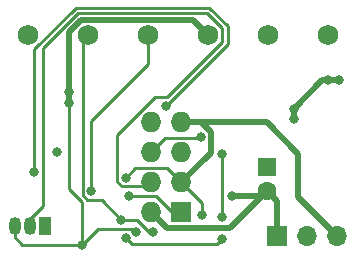
<source format=gbl>
%TF.GenerationSoftware,KiCad,Pcbnew,(5.1.5)-3*%
%TF.CreationDate,2021-10-08T15:08:23+02:00*%
%TF.ProjectId,esp01-ws2812b-breakout,65737030-312d-4777-9332-383132622d62,rev?*%
%TF.SameCoordinates,Original*%
%TF.FileFunction,Copper,L2,Bot*%
%TF.FilePolarity,Positive*%
%FSLAX46Y46*%
G04 Gerber Fmt 4.6, Leading zero omitted, Abs format (unit mm)*
G04 Created by KiCad (PCBNEW (5.1.5)-3) date 2021-10-08 15:08:23*
%MOMM*%
%LPD*%
G04 APERTURE LIST*
%TA.AperFunction,ComponentPad*%
%ADD10R,1.727200X1.727200*%
%TD*%
%TA.AperFunction,ComponentPad*%
%ADD11O,1.727200X1.727200*%
%TD*%
%TA.AperFunction,ComponentPad*%
%ADD12C,1.727200*%
%TD*%
%TA.AperFunction,ComponentPad*%
%ADD13R,1.700000X1.700000*%
%TD*%
%TA.AperFunction,ComponentPad*%
%ADD14O,1.700000X1.700000*%
%TD*%
%TA.AperFunction,ComponentPad*%
%ADD15O,1.050000X1.500000*%
%TD*%
%TA.AperFunction,ComponentPad*%
%ADD16R,1.050000X1.500000*%
%TD*%
%TA.AperFunction,ComponentPad*%
%ADD17R,1.600000X1.600000*%
%TD*%
%TA.AperFunction,ComponentPad*%
%ADD18C,1.600000*%
%TD*%
%TA.AperFunction,ViaPad*%
%ADD19C,0.800000*%
%TD*%
%TA.AperFunction,Conductor*%
%ADD20C,0.250000*%
%TD*%
%TA.AperFunction,Conductor*%
%ADD21C,0.500000*%
%TD*%
G04 APERTURE END LIST*
D10*
%TO.P,U2,1*%
%TO.N,LED1_3V3*%
X167386000Y-98298000D03*
D11*
%TO.P,U2,2*%
%TO.N,GND*%
X164846000Y-98298000D03*
%TO.P,U2,3*%
%TO.N,+3V3*%
X167386000Y-95758000D03*
%TO.P,U2,4*%
%TO.N,DALLAS*%
X164846000Y-95758000D03*
%TO.P,U2,5*%
%TO.N,Net-(U2-Pad5)*%
X167386000Y-93218000D03*
%TO.P,U2,6*%
%TO.N,GPIO0*%
X164846000Y-93218000D03*
%TO.P,U2,7*%
%TO.N,+3V3*%
X167386000Y-90678000D03*
%TO.P,U2,8*%
%TO.N,LED2_3V3*%
X164846000Y-90678000D03*
%TD*%
D12*
%TO.P,J1,2*%
%TO.N,Net-(F1-Pad2)*%
X174752000Y-83312000D03*
%TO.P,J1,1*%
%TO.N,GND*%
X179832000Y-83312000D03*
%TD*%
%TO.P,J2,4*%
%TO.N,GND*%
X154432000Y-83312000D03*
%TO.P,J2,3*%
%TO.N,LED2_5V*%
X159512000Y-83312000D03*
%TO.P,J2,2*%
%TO.N,LED1_5V*%
X164592000Y-83312000D03*
%TO.P,J2,1*%
%TO.N,+5V*%
X169672000Y-83312000D03*
%TD*%
D13*
%TO.P,J3,1*%
%TO.N,GND*%
X175514000Y-100330000D03*
D14*
%TO.P,J3,2*%
%TO.N,GPIO0*%
X178054000Y-100330000D03*
%TO.P,J3,3*%
%TO.N,+3V3*%
X180594000Y-100330000D03*
%TD*%
D15*
%TO.P,U3,2*%
%TO.N,DALLAS*%
X154559000Y-99441000D03*
%TO.P,U3,3*%
%TO.N,+5V*%
X153289000Y-99441000D03*
D16*
%TO.P,U3,1*%
%TO.N,GND*%
X155829000Y-99441000D03*
%TD*%
D17*
%TO.P,C1,1*%
%TO.N,+5V*%
X174625000Y-94488000D03*
D18*
%TO.P,C1,2*%
%TO.N,GND*%
X174625000Y-96488000D03*
%TD*%
D19*
%TO.N,+5V*%
X157861000Y-89027000D03*
X157861000Y-88138000D03*
X159004000Y-101092000D03*
X163576000Y-99949000D03*
%TO.N,GND*%
X156845000Y-93218000D03*
X176911000Y-89535000D03*
X176911000Y-90424000D03*
X179832000Y-87122000D03*
X180721000Y-87122000D03*
X171704000Y-96901000D03*
%TO.N,+3V3*%
X169164000Y-98552000D03*
X162687000Y-95377000D03*
%TO.N,LED1_5V*%
X159766000Y-96520000D03*
%TO.N,LED2_5V*%
X162306000Y-98933000D03*
X164973000Y-99949000D03*
%TO.N,LED1_3V3*%
X166116000Y-89281000D03*
X162941000Y-96901000D03*
X154940000Y-94869000D03*
%TO.N,LED2_3V3*%
X162687000Y-100457000D03*
X170815000Y-100584000D03*
%TO.N,GPIO0*%
X170815000Y-93345000D03*
X170815000Y-98679000D03*
X169037000Y-91948000D03*
%TD*%
D20*
%TO.N,+5V*%
X153940000Y-101092000D02*
X153289000Y-100441000D01*
X153289000Y-100441000D02*
X153289000Y-99441000D01*
X159004000Y-101092000D02*
X153940000Y-101092000D01*
X160364001Y-99731999D02*
X159004000Y-101092000D01*
X163358999Y-99731999D02*
X160364001Y-99731999D01*
X163576000Y-99949000D02*
X163358999Y-99731999D01*
D21*
X157861000Y-83018870D02*
X157861000Y-89027000D01*
X158881471Y-81998399D02*
X157861000Y-83018870D01*
X168358399Y-81998399D02*
X158881471Y-81998399D01*
X169672000Y-83312000D02*
X168358399Y-81998399D01*
D20*
X159004000Y-97467412D02*
X159004000Y-101092000D01*
X157861000Y-96324412D02*
X159004000Y-97467412D01*
X157861000Y-89027000D02*
X157861000Y-96324412D01*
D21*
%TO.N,GND*%
X166159601Y-99611601D02*
X164846000Y-98298000D01*
X171501399Y-99611601D02*
X166159601Y-99611601D01*
X174625000Y-96488000D02*
X171501399Y-99611601D01*
X174625000Y-96488000D02*
X175514000Y-97377000D01*
X175514000Y-97377000D02*
X175514000Y-100330000D01*
X176911000Y-90424000D02*
X176911000Y-89535000D01*
X176911000Y-89535000D02*
X179324000Y-87122000D01*
X179324000Y-87122000D02*
X179832000Y-87122000D01*
X179832000Y-87122000D02*
X180721000Y-87122000D01*
X173704000Y-97409000D02*
X174625000Y-96488000D01*
X174212000Y-96901000D02*
X174625000Y-96488000D01*
X171704000Y-96901000D02*
X174212000Y-96901000D01*
D20*
%TO.N,+3V3*%
X169164000Y-97536000D02*
X167386000Y-95758000D01*
D21*
X167386000Y-90678000D02*
X174625000Y-90678000D01*
X174625000Y-90678000D02*
X177292000Y-93345000D01*
X177292000Y-97028000D02*
X180594000Y-100330000D01*
X177292000Y-93345000D02*
X177292000Y-97028000D01*
D20*
X169164000Y-97536000D02*
X169164000Y-98552000D01*
X166197399Y-94569399D02*
X167386000Y-95758000D01*
X163494601Y-94569399D02*
X166197399Y-94569399D01*
X162687000Y-95377000D02*
X163494601Y-94569399D01*
D21*
X169025002Y-90678000D02*
X167386000Y-90678000D01*
X169887001Y-91539999D02*
X169025002Y-90678000D01*
X169887001Y-93256999D02*
X169887001Y-91539999D01*
X167386000Y-95758000D02*
X169887001Y-93256999D01*
D20*
%TO.N,LED1_5V*%
X159766000Y-90620998D02*
X164592000Y-85794998D01*
X164592000Y-85794998D02*
X164592000Y-83312000D01*
X159766000Y-96520000D02*
X159766000Y-90620998D01*
%TO.N,LED2_5V*%
X159040999Y-83783001D02*
X159040999Y-96868001D01*
X164737870Y-99949000D02*
X164973000Y-99949000D01*
X159512000Y-83312000D02*
X159040999Y-83783001D01*
X160654011Y-97281011D02*
X162306000Y-98933000D01*
X159454009Y-97281011D02*
X160654011Y-97281011D01*
X159040999Y-96868001D02*
X159454009Y-97281011D01*
X163633002Y-98933000D02*
X162306000Y-98933000D01*
X164649002Y-99949000D02*
X163633002Y-98933000D01*
X164973000Y-99949000D02*
X164649002Y-99949000D01*
%TO.N,LED1_3V3*%
X166605130Y-98298000D02*
X167386000Y-98298000D01*
X165253731Y-96946601D02*
X166605130Y-98298000D01*
X162986601Y-96946601D02*
X165253731Y-96946601D01*
X162941000Y-96901000D02*
X162986601Y-96946601D01*
X154940000Y-94869000D02*
X154940000Y-94869000D01*
X154940000Y-86124870D02*
X154940000Y-94869000D01*
X158456894Y-80973380D02*
X154940000Y-84490274D01*
X171310610Y-82555070D02*
X169728919Y-80973379D01*
X171310611Y-84086389D02*
X171310610Y-82555070D01*
X154940000Y-84490274D02*
X154940000Y-86124870D01*
X169728919Y-80973379D02*
X158456894Y-80973380D01*
X166116000Y-89281000D02*
X171310611Y-84086389D01*
%TO.N,LED2_3V3*%
X170815000Y-100584000D02*
X170815000Y-100457000D01*
X170415001Y-100983999D02*
X163213999Y-100983999D01*
X170815000Y-100584000D02*
X170415001Y-100983999D01*
X163213999Y-100983999D02*
X162687000Y-100457000D01*
%TO.N,GPIO0*%
X168955601Y-92029399D02*
X169037000Y-91948000D01*
X166034601Y-92029399D02*
X168955601Y-92029399D01*
X164846000Y-93218000D02*
X166034601Y-92029399D01*
X170815000Y-93345000D02*
X170688000Y-93218000D01*
X170815000Y-98679000D02*
X170815000Y-93345000D01*
%TO.N,DALLAS*%
X155665001Y-97744997D02*
X154559000Y-98850998D01*
X155665001Y-84401683D02*
X155665001Y-97744997D01*
X158643295Y-81423389D02*
X155665001Y-84401683D01*
X169542519Y-81423389D02*
X158643295Y-81423389D01*
X154559000Y-98850998D02*
X154559000Y-99441000D01*
X170860601Y-82741471D02*
X169542519Y-81423389D01*
X170860601Y-83899989D02*
X170860601Y-82741471D01*
X166204591Y-88555999D02*
X170860601Y-83899989D01*
X165208871Y-88555999D02*
X166204591Y-88555999D01*
X161961999Y-91802871D02*
X165208871Y-88555999D01*
X161961999Y-95725001D02*
X161961999Y-91802871D01*
X162338999Y-96102001D02*
X161961999Y-95725001D01*
X164501999Y-96102001D02*
X162338999Y-96102001D01*
X164846000Y-95758000D02*
X164501999Y-96102001D01*
%TD*%
M02*

</source>
